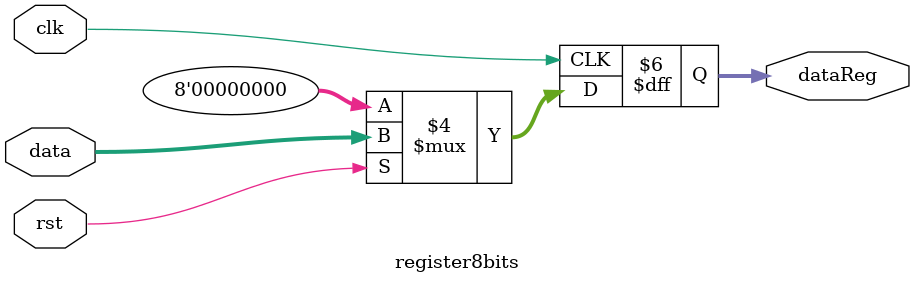
<source format=v>
module register8bits
(
    clk,
    rst,
    data,
    dataReg
);
    localparam  NBITS = 8;

    input clk;
    input rst;
    input [NBITS-1:0] data;
    output reg [NBITS-1:0] dataReg;

    always @ (posedge clk) begin
        if (!rst)
            dataReg = 0;
        else
            dataReg = data;
    end

endmodule

</source>
